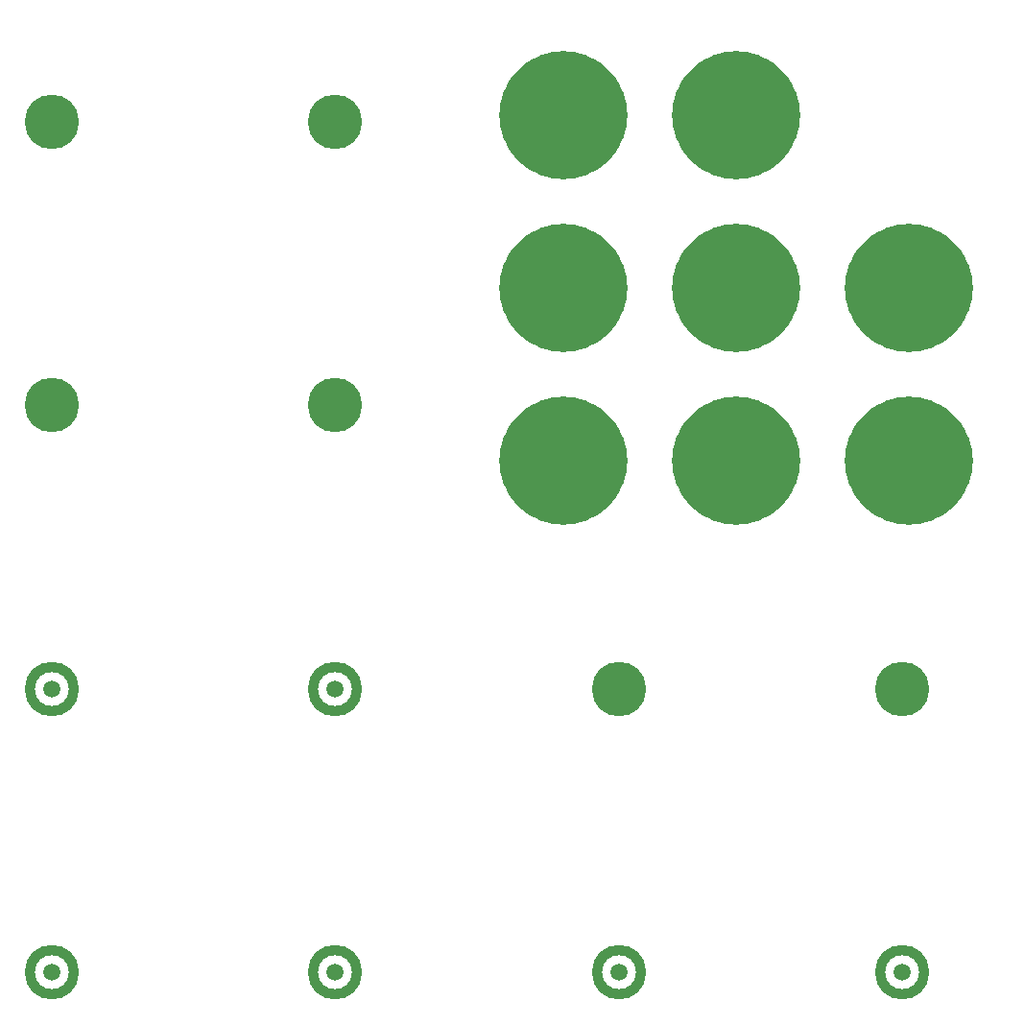
<source format=gbl>
G04 This is an RS-274x file exported by *
G04 gerbv version 2.6.0 *
G04 More information is available about gerbv at *
G04 http://gerbv.gpleda.org/ *
G04 --End of header info--*
%MOIN*%
%FSLAX34Y34*%
%IPPOS*%
G04 --Define apertures--*
%ADD10C,0.1890*%
%ADD11C,0.1181*%
%ADD12C,0.0598*%
G04 --Start main section--*
G54D10*
G01X0000000Y0000000D03*
%LPC*%
G54D11*
G01X0000000Y0000000D03*
%LPD*%
G54D12*
G01X0000000Y0000000D03*
G01X0023775Y0029775D02*
G54D10*
G01X0023775Y0029775D03*
G36*
G01X0025998Y0029775D02*
G01X0025989Y0029969D01*
G01X0025964Y0030161D01*
G01X0025922Y0030350D01*
G01X0025864Y0030535D01*
G01X0025790Y0030714D01*
G01X0025700Y0030886D01*
G01X0025596Y0031050D01*
G01X0025478Y0031204D01*
G01X0025347Y0031347D01*
G01X0025204Y0031478D01*
G01X0025050Y0031596D01*
G01X0024886Y0031700D01*
G01X0024714Y0031790D01*
G01X0024535Y0031864D01*
G01X0024350Y0031922D01*
G01X0024161Y0031964D01*
G01X0023969Y0031989D01*
G01X0023775Y0031998D01*
G01X0023581Y0031989D01*
G01X0023389Y0031964D01*
G01X0023200Y0031922D01*
G01X0023015Y0031864D01*
G01X0022836Y0031790D01*
G01X0022664Y0031700D01*
G01X0022500Y0031596D01*
G01X0022346Y0031478D01*
G01X0022203Y0031347D01*
G01X0022072Y0031204D01*
G01X0021954Y0031050D01*
G01X0021850Y0030886D01*
G01X0021760Y0030714D01*
G01X0021686Y0030535D01*
G01X0021628Y0030350D01*
G01X0021586Y0030161D01*
G01X0021561Y0029969D01*
G01X0021552Y0029775D01*
G01X0021561Y0029581D01*
G01X0021586Y0029389D01*
G01X0021628Y0029200D01*
G01X0021686Y0029015D01*
G01X0021760Y0028836D01*
G01X0021850Y0028664D01*
G01X0021954Y0028500D01*
G01X0022072Y0028346D01*
G01X0022203Y0028203D01*
G01X0022346Y0028072D01*
G01X0022500Y0027954D01*
G01X0022664Y0027850D01*
G01X0022836Y0027760D01*
G01X0023015Y0027686D01*
G01X0023200Y0027628D01*
G01X0023389Y0027586D01*
G01X0023581Y0027561D01*
G01X0023775Y0027552D01*
G01X0023969Y0027561D01*
G01X0024161Y0027586D01*
G01X0024350Y0027628D01*
G01X0024535Y0027686D01*
G01X0024714Y0027760D01*
G01X0024886Y0027850D01*
G01X0025050Y0027954D01*
G01X0025204Y0028072D01*
G01X0025347Y0028203D01*
G01X0025478Y0028346D01*
G01X0025596Y0028500D01*
G01X0025700Y0028664D01*
G01X0025790Y0028836D01*
G01X0025864Y0029015D01*
G01X0025922Y0029200D01*
G01X0025964Y0029389D01*
G01X0025989Y0029581D01*
G01X0025998Y0029775D01*
G37*
G36*
G01X0025998Y0029775D02*
G37*
G01X0017775Y0029775D02*
G01X0017775Y0029775D03*
G36*
G01X0019998Y0029775D02*
G01X0019989Y0029969D01*
G01X0019964Y0030161D01*
G01X0019922Y0030350D01*
G01X0019864Y0030535D01*
G01X0019790Y0030714D01*
G01X0019700Y0030886D01*
G01X0019596Y0031050D01*
G01X0019478Y0031204D01*
G01X0019347Y0031347D01*
G01X0019204Y0031478D01*
G01X0019050Y0031596D01*
G01X0018886Y0031700D01*
G01X0018714Y0031790D01*
G01X0018535Y0031864D01*
G01X0018350Y0031922D01*
G01X0018161Y0031964D01*
G01X0017969Y0031989D01*
G01X0017775Y0031998D01*
G01X0017581Y0031989D01*
G01X0017389Y0031964D01*
G01X0017200Y0031922D01*
G01X0017015Y0031864D01*
G01X0016836Y0031790D01*
G01X0016664Y0031700D01*
G01X0016500Y0031596D01*
G01X0016346Y0031478D01*
G01X0016203Y0031347D01*
G01X0016072Y0031204D01*
G01X0015954Y0031050D01*
G01X0015850Y0030886D01*
G01X0015760Y0030714D01*
G01X0015686Y0030535D01*
G01X0015628Y0030350D01*
G01X0015586Y0030161D01*
G01X0015561Y0029969D01*
G01X0015552Y0029775D01*
G01X0015561Y0029581D01*
G01X0015586Y0029389D01*
G01X0015628Y0029200D01*
G01X0015686Y0029015D01*
G01X0015760Y0028836D01*
G01X0015850Y0028664D01*
G01X0015954Y0028500D01*
G01X0016072Y0028346D01*
G01X0016203Y0028203D01*
G01X0016346Y0028072D01*
G01X0016500Y0027954D01*
G01X0016664Y0027850D01*
G01X0016836Y0027760D01*
G01X0017015Y0027686D01*
G01X0017200Y0027628D01*
G01X0017389Y0027586D01*
G01X0017581Y0027561D01*
G01X0017775Y0027552D01*
G01X0017969Y0027561D01*
G01X0018161Y0027586D01*
G01X0018350Y0027628D01*
G01X0018535Y0027686D01*
G01X0018714Y0027760D01*
G01X0018886Y0027850D01*
G01X0019050Y0027954D01*
G01X0019204Y0028072D01*
G01X0019347Y0028203D01*
G01X0019478Y0028346D01*
G01X0019596Y0028500D01*
G01X0019700Y0028664D01*
G01X0019790Y0028836D01*
G01X0019864Y0029015D01*
G01X0019922Y0029200D01*
G01X0019964Y0029389D01*
G01X0019989Y0029581D01*
G01X0019998Y0029775D01*
G37*
G36*
G01X0019998Y0029775D02*
G37*
G01X0029775Y0023775D02*
G01X0029775Y0023775D03*
G36*
G01X0031998Y0023775D02*
G01X0031989Y0023969D01*
G01X0031964Y0024161D01*
G01X0031922Y0024350D01*
G01X0031864Y0024535D01*
G01X0031790Y0024714D01*
G01X0031700Y0024886D01*
G01X0031596Y0025050D01*
G01X0031478Y0025204D01*
G01X0031347Y0025347D01*
G01X0031204Y0025478D01*
G01X0031050Y0025596D01*
G01X0030886Y0025700D01*
G01X0030714Y0025790D01*
G01X0030535Y0025864D01*
G01X0030350Y0025922D01*
G01X0030161Y0025964D01*
G01X0029969Y0025989D01*
G01X0029775Y0025998D01*
G01X0029581Y0025989D01*
G01X0029389Y0025964D01*
G01X0029200Y0025922D01*
G01X0029015Y0025864D01*
G01X0028836Y0025790D01*
G01X0028664Y0025700D01*
G01X0028500Y0025596D01*
G01X0028346Y0025478D01*
G01X0028203Y0025347D01*
G01X0028072Y0025204D01*
G01X0027954Y0025050D01*
G01X0027850Y0024886D01*
G01X0027760Y0024714D01*
G01X0027686Y0024535D01*
G01X0027628Y0024350D01*
G01X0027586Y0024161D01*
G01X0027561Y0023969D01*
G01X0027552Y0023775D01*
G01X0027561Y0023581D01*
G01X0027586Y0023389D01*
G01X0027628Y0023200D01*
G01X0027686Y0023015D01*
G01X0027760Y0022836D01*
G01X0027850Y0022664D01*
G01X0027954Y0022500D01*
G01X0028072Y0022346D01*
G01X0028203Y0022203D01*
G01X0028346Y0022072D01*
G01X0028500Y0021954D01*
G01X0028664Y0021850D01*
G01X0028836Y0021760D01*
G01X0029015Y0021686D01*
G01X0029200Y0021628D01*
G01X0029389Y0021586D01*
G01X0029581Y0021561D01*
G01X0029775Y0021552D01*
G01X0029969Y0021561D01*
G01X0030161Y0021586D01*
G01X0030350Y0021628D01*
G01X0030535Y0021686D01*
G01X0030714Y0021760D01*
G01X0030886Y0021850D01*
G01X0031050Y0021954D01*
G01X0031204Y0022072D01*
G01X0031347Y0022203D01*
G01X0031478Y0022346D01*
G01X0031596Y0022500D01*
G01X0031700Y0022664D01*
G01X0031790Y0022836D01*
G01X0031864Y0023015D01*
G01X0031922Y0023200D01*
G01X0031964Y0023389D01*
G01X0031989Y0023581D01*
G01X0031998Y0023775D01*
G37*
G36*
G01X0031998Y0023775D02*
G37*
G01X0023775Y0023775D02*
G01X0023775Y0023775D03*
G36*
G01X0025998Y0023775D02*
G01X0025989Y0023969D01*
G01X0025964Y0024161D01*
G01X0025922Y0024350D01*
G01X0025864Y0024535D01*
G01X0025790Y0024714D01*
G01X0025700Y0024886D01*
G01X0025596Y0025050D01*
G01X0025478Y0025204D01*
G01X0025347Y0025347D01*
G01X0025204Y0025478D01*
G01X0025050Y0025596D01*
G01X0024886Y0025700D01*
G01X0024714Y0025790D01*
G01X0024535Y0025864D01*
G01X0024350Y0025922D01*
G01X0024161Y0025964D01*
G01X0023969Y0025989D01*
G01X0023775Y0025998D01*
G01X0023581Y0025989D01*
G01X0023389Y0025964D01*
G01X0023200Y0025922D01*
G01X0023015Y0025864D01*
G01X0022836Y0025790D01*
G01X0022664Y0025700D01*
G01X0022500Y0025596D01*
G01X0022346Y0025478D01*
G01X0022203Y0025347D01*
G01X0022072Y0025204D01*
G01X0021954Y0025050D01*
G01X0021850Y0024886D01*
G01X0021760Y0024714D01*
G01X0021686Y0024535D01*
G01X0021628Y0024350D01*
G01X0021586Y0024161D01*
G01X0021561Y0023969D01*
G01X0021552Y0023775D01*
G01X0021561Y0023581D01*
G01X0021586Y0023389D01*
G01X0021628Y0023200D01*
G01X0021686Y0023015D01*
G01X0021760Y0022836D01*
G01X0021850Y0022664D01*
G01X0021954Y0022500D01*
G01X0022072Y0022346D01*
G01X0022203Y0022203D01*
G01X0022346Y0022072D01*
G01X0022500Y0021954D01*
G01X0022664Y0021850D01*
G01X0022836Y0021760D01*
G01X0023015Y0021686D01*
G01X0023200Y0021628D01*
G01X0023389Y0021586D01*
G01X0023581Y0021561D01*
G01X0023775Y0021552D01*
G01X0023969Y0021561D01*
G01X0024161Y0021586D01*
G01X0024350Y0021628D01*
G01X0024535Y0021686D01*
G01X0024714Y0021760D01*
G01X0024886Y0021850D01*
G01X0025050Y0021954D01*
G01X0025204Y0022072D01*
G01X0025347Y0022203D01*
G01X0025478Y0022346D01*
G01X0025596Y0022500D01*
G01X0025700Y0022664D01*
G01X0025790Y0022836D01*
G01X0025864Y0023015D01*
G01X0025922Y0023200D01*
G01X0025964Y0023389D01*
G01X0025989Y0023581D01*
G01X0025998Y0023775D01*
G37*
G36*
G01X0025998Y0023775D02*
G37*
G01X0017775Y0023775D02*
G01X0017775Y0023775D03*
G36*
G01X0019998Y0023775D02*
G01X0019989Y0023969D01*
G01X0019964Y0024161D01*
G01X0019922Y0024350D01*
G01X0019864Y0024535D01*
G01X0019790Y0024714D01*
G01X0019700Y0024886D01*
G01X0019596Y0025050D01*
G01X0019478Y0025204D01*
G01X0019347Y0025347D01*
G01X0019204Y0025478D01*
G01X0019050Y0025596D01*
G01X0018886Y0025700D01*
G01X0018714Y0025790D01*
G01X0018535Y0025864D01*
G01X0018350Y0025922D01*
G01X0018161Y0025964D01*
G01X0017969Y0025989D01*
G01X0017775Y0025998D01*
G01X0017581Y0025989D01*
G01X0017389Y0025964D01*
G01X0017200Y0025922D01*
G01X0017015Y0025864D01*
G01X0016836Y0025790D01*
G01X0016664Y0025700D01*
G01X0016500Y0025596D01*
G01X0016346Y0025478D01*
G01X0016203Y0025347D01*
G01X0016072Y0025204D01*
G01X0015954Y0025050D01*
G01X0015850Y0024886D01*
G01X0015760Y0024714D01*
G01X0015686Y0024535D01*
G01X0015628Y0024350D01*
G01X0015586Y0024161D01*
G01X0015561Y0023969D01*
G01X0015552Y0023775D01*
G01X0015561Y0023581D01*
G01X0015586Y0023389D01*
G01X0015628Y0023200D01*
G01X0015686Y0023015D01*
G01X0015760Y0022836D01*
G01X0015850Y0022664D01*
G01X0015954Y0022500D01*
G01X0016072Y0022346D01*
G01X0016203Y0022203D01*
G01X0016346Y0022072D01*
G01X0016500Y0021954D01*
G01X0016664Y0021850D01*
G01X0016836Y0021760D01*
G01X0017015Y0021686D01*
G01X0017200Y0021628D01*
G01X0017389Y0021586D01*
G01X0017581Y0021561D01*
G01X0017775Y0021552D01*
G01X0017969Y0021561D01*
G01X0018161Y0021586D01*
G01X0018350Y0021628D01*
G01X0018535Y0021686D01*
G01X0018714Y0021760D01*
G01X0018886Y0021850D01*
G01X0019050Y0021954D01*
G01X0019204Y0022072D01*
G01X0019347Y0022203D01*
G01X0019478Y0022346D01*
G01X0019596Y0022500D01*
G01X0019700Y0022664D01*
G01X0019790Y0022836D01*
G01X0019864Y0023015D01*
G01X0019922Y0023200D01*
G01X0019964Y0023389D01*
G01X0019989Y0023581D01*
G01X0019998Y0023775D01*
G37*
G36*
G01X0019998Y0023775D02*
G37*
G01X0029775Y0017775D02*
G01X0029775Y0017775D03*
G36*
G01X0031998Y0017775D02*
G01X0031989Y0017969D01*
G01X0031964Y0018161D01*
G01X0031922Y0018350D01*
G01X0031864Y0018535D01*
G01X0031790Y0018714D01*
G01X0031700Y0018886D01*
G01X0031596Y0019050D01*
G01X0031478Y0019204D01*
G01X0031347Y0019347D01*
G01X0031204Y0019478D01*
G01X0031050Y0019596D01*
G01X0030886Y0019700D01*
G01X0030714Y0019790D01*
G01X0030535Y0019864D01*
G01X0030350Y0019922D01*
G01X0030161Y0019964D01*
G01X0029969Y0019989D01*
G01X0029775Y0019998D01*
G01X0029581Y0019989D01*
G01X0029389Y0019964D01*
G01X0029200Y0019922D01*
G01X0029015Y0019864D01*
G01X0028836Y0019790D01*
G01X0028664Y0019700D01*
G01X0028500Y0019596D01*
G01X0028346Y0019478D01*
G01X0028203Y0019347D01*
G01X0028072Y0019204D01*
G01X0027954Y0019050D01*
G01X0027850Y0018886D01*
G01X0027760Y0018714D01*
G01X0027686Y0018535D01*
G01X0027628Y0018350D01*
G01X0027586Y0018161D01*
G01X0027561Y0017969D01*
G01X0027552Y0017775D01*
G01X0027561Y0017581D01*
G01X0027586Y0017389D01*
G01X0027628Y0017200D01*
G01X0027686Y0017015D01*
G01X0027760Y0016836D01*
G01X0027850Y0016664D01*
G01X0027954Y0016500D01*
G01X0028072Y0016346D01*
G01X0028203Y0016203D01*
G01X0028346Y0016072D01*
G01X0028500Y0015954D01*
G01X0028664Y0015850D01*
G01X0028836Y0015760D01*
G01X0029015Y0015686D01*
G01X0029200Y0015628D01*
G01X0029389Y0015586D01*
G01X0029581Y0015561D01*
G01X0029775Y0015552D01*
G01X0029969Y0015561D01*
G01X0030161Y0015586D01*
G01X0030350Y0015628D01*
G01X0030535Y0015686D01*
G01X0030714Y0015760D01*
G01X0030886Y0015850D01*
G01X0031050Y0015954D01*
G01X0031204Y0016072D01*
G01X0031347Y0016203D01*
G01X0031478Y0016346D01*
G01X0031596Y0016500D01*
G01X0031700Y0016664D01*
G01X0031790Y0016836D01*
G01X0031864Y0017015D01*
G01X0031922Y0017200D01*
G01X0031964Y0017389D01*
G01X0031989Y0017581D01*
G01X0031998Y0017775D01*
G37*
G36*
G01X0031998Y0017775D02*
G37*
G01X0023775Y0017775D02*
G01X0023775Y0017775D03*
G36*
G01X0025998Y0017775D02*
G01X0025989Y0017969D01*
G01X0025964Y0018161D01*
G01X0025922Y0018350D01*
G01X0025864Y0018535D01*
G01X0025790Y0018714D01*
G01X0025700Y0018886D01*
G01X0025596Y0019050D01*
G01X0025478Y0019204D01*
G01X0025347Y0019347D01*
G01X0025204Y0019478D01*
G01X0025050Y0019596D01*
G01X0024886Y0019700D01*
G01X0024714Y0019790D01*
G01X0024535Y0019864D01*
G01X0024350Y0019922D01*
G01X0024161Y0019964D01*
G01X0023969Y0019989D01*
G01X0023775Y0019998D01*
G01X0023581Y0019989D01*
G01X0023389Y0019964D01*
G01X0023200Y0019922D01*
G01X0023015Y0019864D01*
G01X0022836Y0019790D01*
G01X0022664Y0019700D01*
G01X0022500Y0019596D01*
G01X0022346Y0019478D01*
G01X0022203Y0019347D01*
G01X0022072Y0019204D01*
G01X0021954Y0019050D01*
G01X0021850Y0018886D01*
G01X0021760Y0018714D01*
G01X0021686Y0018535D01*
G01X0021628Y0018350D01*
G01X0021586Y0018161D01*
G01X0021561Y0017969D01*
G01X0021552Y0017775D01*
G01X0021561Y0017581D01*
G01X0021586Y0017389D01*
G01X0021628Y0017200D01*
G01X0021686Y0017015D01*
G01X0021760Y0016836D01*
G01X0021850Y0016664D01*
G01X0021954Y0016500D01*
G01X0022072Y0016346D01*
G01X0022203Y0016203D01*
G01X0022346Y0016072D01*
G01X0022500Y0015954D01*
G01X0022664Y0015850D01*
G01X0022836Y0015760D01*
G01X0023015Y0015686D01*
G01X0023200Y0015628D01*
G01X0023389Y0015586D01*
G01X0023581Y0015561D01*
G01X0023775Y0015552D01*
G01X0023969Y0015561D01*
G01X0024161Y0015586D01*
G01X0024350Y0015628D01*
G01X0024535Y0015686D01*
G01X0024714Y0015760D01*
G01X0024886Y0015850D01*
G01X0025050Y0015954D01*
G01X0025204Y0016072D01*
G01X0025347Y0016203D01*
G01X0025478Y0016346D01*
G01X0025596Y0016500D01*
G01X0025700Y0016664D01*
G01X0025790Y0016836D01*
G01X0025864Y0017015D01*
G01X0025922Y0017200D01*
G01X0025964Y0017389D01*
G01X0025989Y0017581D01*
G01X0025998Y0017775D01*
G37*
G36*
G01X0025998Y0017775D02*
G37*
G01X0017775Y0017775D02*
G01X0017775Y0017775D03*
G36*
G01X0019998Y0017775D02*
G01X0019989Y0017969D01*
G01X0019964Y0018161D01*
G01X0019922Y0018350D01*
G01X0019864Y0018535D01*
G01X0019790Y0018714D01*
G01X0019700Y0018886D01*
G01X0019596Y0019050D01*
G01X0019478Y0019204D01*
G01X0019347Y0019347D01*
G01X0019204Y0019478D01*
G01X0019050Y0019596D01*
G01X0018886Y0019700D01*
G01X0018714Y0019790D01*
G01X0018535Y0019864D01*
G01X0018350Y0019922D01*
G01X0018161Y0019964D01*
G01X0017969Y0019989D01*
G01X0017775Y0019998D01*
G01X0017581Y0019989D01*
G01X0017389Y0019964D01*
G01X0017200Y0019922D01*
G01X0017015Y0019864D01*
G01X0016836Y0019790D01*
G01X0016664Y0019700D01*
G01X0016500Y0019596D01*
G01X0016346Y0019478D01*
G01X0016203Y0019347D01*
G01X0016072Y0019204D01*
G01X0015954Y0019050D01*
G01X0015850Y0018886D01*
G01X0015760Y0018714D01*
G01X0015686Y0018535D01*
G01X0015628Y0018350D01*
G01X0015586Y0018161D01*
G01X0015561Y0017969D01*
G01X0015552Y0017775D01*
G01X0015561Y0017581D01*
G01X0015586Y0017389D01*
G01X0015628Y0017200D01*
G01X0015686Y0017015D01*
G01X0015760Y0016836D01*
G01X0015850Y0016664D01*
G01X0015954Y0016500D01*
G01X0016072Y0016346D01*
G01X0016203Y0016203D01*
G01X0016346Y0016072D01*
G01X0016500Y0015954D01*
G01X0016664Y0015850D01*
G01X0016836Y0015760D01*
G01X0017015Y0015686D01*
G01X0017200Y0015628D01*
G01X0017389Y0015586D01*
G01X0017581Y0015561D01*
G01X0017775Y0015552D01*
G01X0017969Y0015561D01*
G01X0018161Y0015586D01*
G01X0018350Y0015628D01*
G01X0018535Y0015686D01*
G01X0018714Y0015760D01*
G01X0018886Y0015850D01*
G01X0019050Y0015954D01*
G01X0019204Y0016072D01*
G01X0019347Y0016203D01*
G01X0019478Y0016346D01*
G01X0019596Y0016500D01*
G01X0019700Y0016664D01*
G01X0019790Y0016836D01*
G01X0019864Y0017015D01*
G01X0019922Y0017200D01*
G01X0019964Y0017389D01*
G01X0019989Y0017581D01*
G01X0019998Y0017775D01*
G37*
G36*
G01X0019998Y0017775D02*
G37*
G01X0029550Y0009850D02*
G01X0029550Y0009850D03*
G01X0029550Y0000000D02*
G01X0029550Y0000000D03*
%LPC*%
G54D11*
G01X0029550Y0000000D03*
%LPD*%
G54D12*
G01X0029550Y0000000D03*
G01X0019700Y0009850D02*
G54D10*
G01X0019700Y0009850D03*
G01X0019700Y0000000D02*
G01X0019700Y0000000D03*
%LPC*%
G54D11*
G01X0019700Y0000000D03*
%LPD*%
G54D12*
G01X0019700Y0000000D03*
G01X0009850Y0029550D02*
G54D10*
G01X0009850Y0029550D03*
G01X0009850Y0019700D02*
G01X0009850Y0019700D03*
G01X0009850Y0009850D02*
G01X0009850Y0009850D03*
%LPC*%
G54D11*
G01X0009850Y0009850D03*
%LPD*%
G54D12*
G01X0009850Y0009850D03*
G01X0009850Y0000000D02*
G54D10*
G01X0009850Y0000000D03*
%LPC*%
G54D11*
G01X0009850Y0000000D03*
%LPD*%
G54D12*
G01X0009850Y0000000D03*
G01X0000000Y0029550D02*
G54D10*
G01X0000000Y0029550D03*
G01X0000000Y0019700D02*
G01X0000000Y0019700D03*
G01X0000000Y0009850D02*
G01X0000000Y0009850D03*
%LPC*%
G54D11*
G01X0000000Y0009850D03*
%LPD*%
G54D12*
G01X0000000Y0009850D03*
M02*

</source>
